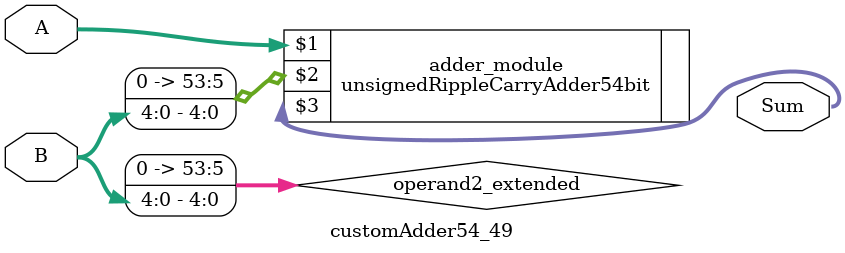
<source format=v>
module customAdder54_49(
                        input [53 : 0] A,
                        input [4 : 0] B,
                        
                        output [54 : 0] Sum
                );

        wire [53 : 0] operand2_extended;
        
        assign operand2_extended =  {49'b0, B};
        
        unsignedRippleCarryAdder54bit adder_module(
            A,
            operand2_extended,
            Sum
        );
        
        endmodule
        
</source>
